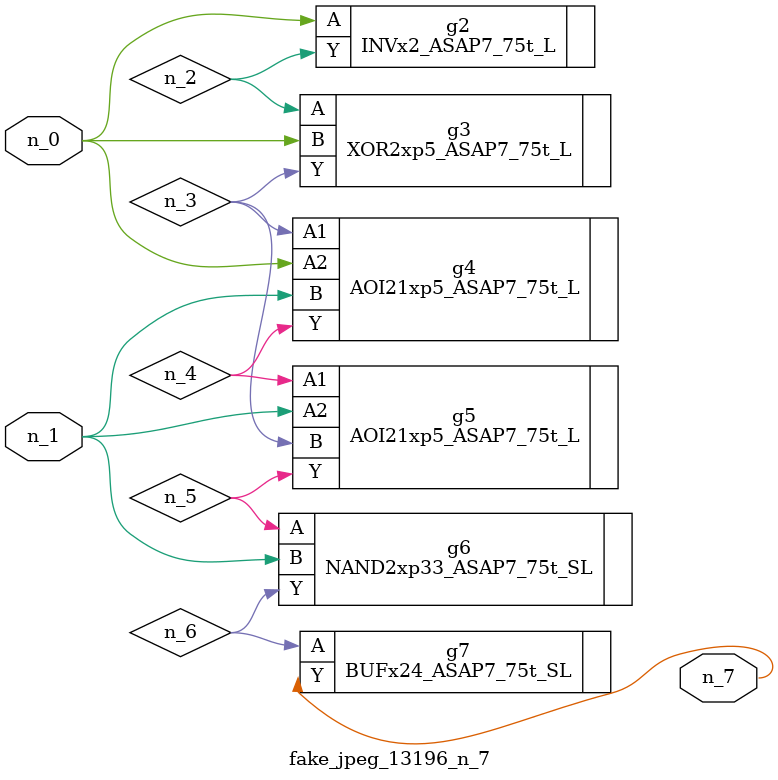
<source format=v>
module fake_jpeg_13196_n_7 (n_0, n_1, n_7);

input n_0;
input n_1;

output n_7;

wire n_3;
wire n_2;
wire n_4;
wire n_6;
wire n_5;

INVx2_ASAP7_75t_L g2 ( 
.A(n_0),
.Y(n_2)
);

XOR2xp5_ASAP7_75t_L g3 ( 
.A(n_2),
.B(n_0),
.Y(n_3)
);

AOI21xp5_ASAP7_75t_L g4 ( 
.A1(n_3),
.A2(n_0),
.B(n_1),
.Y(n_4)
);

AOI21xp5_ASAP7_75t_L g5 ( 
.A1(n_4),
.A2(n_1),
.B(n_3),
.Y(n_5)
);

NAND2xp33_ASAP7_75t_SL g6 ( 
.A(n_5),
.B(n_1),
.Y(n_6)
);

BUFx24_ASAP7_75t_SL g7 ( 
.A(n_6),
.Y(n_7)
);


endmodule
</source>
